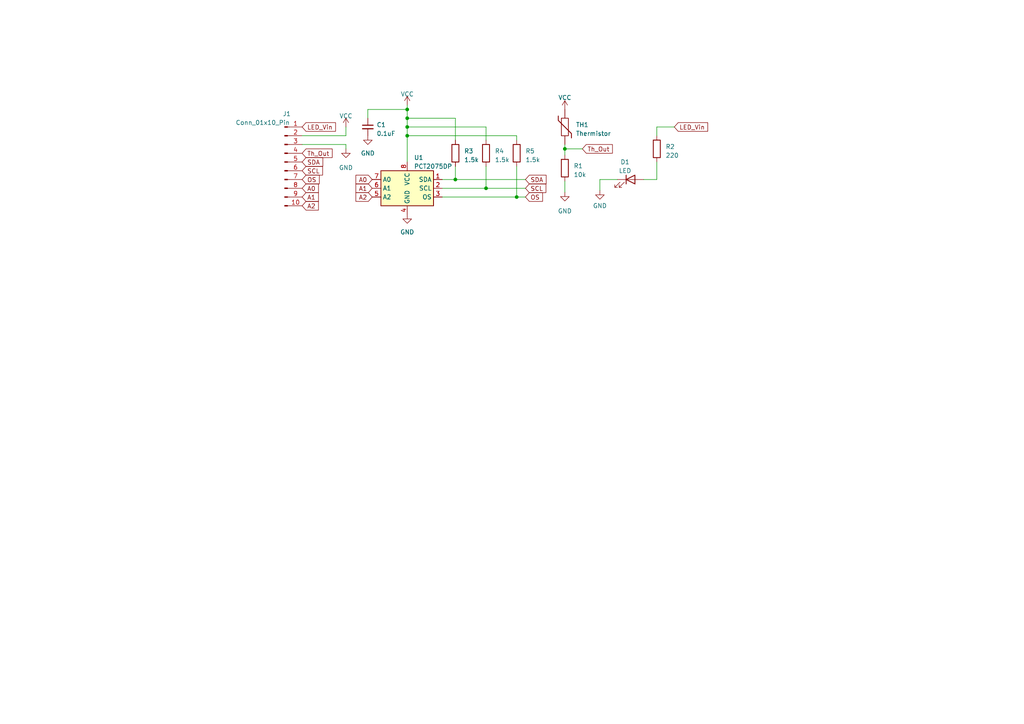
<source format=kicad_sch>
(kicad_sch (version 20230121) (generator eeschema)

  (uuid 9f9a26a9-ae04-400f-b89b-831b78dd08ca)

  (paper "A4")

  (lib_symbols
    (symbol "Connector:Conn_01x10_Pin" (pin_names (offset 1.016) hide) (in_bom yes) (on_board yes)
      (property "Reference" "J" (at 0 12.7 0)
        (effects (font (size 1.27 1.27)))
      )
      (property "Value" "Conn_01x10_Pin" (at 0 -15.24 0)
        (effects (font (size 1.27 1.27)))
      )
      (property "Footprint" "" (at 0 0 0)
        (effects (font (size 1.27 1.27)) hide)
      )
      (property "Datasheet" "~" (at 0 0 0)
        (effects (font (size 1.27 1.27)) hide)
      )
      (property "ki_locked" "" (at 0 0 0)
        (effects (font (size 1.27 1.27)))
      )
      (property "ki_keywords" "connector" (at 0 0 0)
        (effects (font (size 1.27 1.27)) hide)
      )
      (property "ki_description" "Generic connector, single row, 01x10, script generated" (at 0 0 0)
        (effects (font (size 1.27 1.27)) hide)
      )
      (property "ki_fp_filters" "Connector*:*_1x??_*" (at 0 0 0)
        (effects (font (size 1.27 1.27)) hide)
      )
      (symbol "Conn_01x10_Pin_1_1"
        (polyline
          (pts
            (xy 1.27 -12.7)
            (xy 0.8636 -12.7)
          )
          (stroke (width 0.1524) (type default))
          (fill (type none))
        )
        (polyline
          (pts
            (xy 1.27 -10.16)
            (xy 0.8636 -10.16)
          )
          (stroke (width 0.1524) (type default))
          (fill (type none))
        )
        (polyline
          (pts
            (xy 1.27 -7.62)
            (xy 0.8636 -7.62)
          )
          (stroke (width 0.1524) (type default))
          (fill (type none))
        )
        (polyline
          (pts
            (xy 1.27 -5.08)
            (xy 0.8636 -5.08)
          )
          (stroke (width 0.1524) (type default))
          (fill (type none))
        )
        (polyline
          (pts
            (xy 1.27 -2.54)
            (xy 0.8636 -2.54)
          )
          (stroke (width 0.1524) (type default))
          (fill (type none))
        )
        (polyline
          (pts
            (xy 1.27 0)
            (xy 0.8636 0)
          )
          (stroke (width 0.1524) (type default))
          (fill (type none))
        )
        (polyline
          (pts
            (xy 1.27 2.54)
            (xy 0.8636 2.54)
          )
          (stroke (width 0.1524) (type default))
          (fill (type none))
        )
        (polyline
          (pts
            (xy 1.27 5.08)
            (xy 0.8636 5.08)
          )
          (stroke (width 0.1524) (type default))
          (fill (type none))
        )
        (polyline
          (pts
            (xy 1.27 7.62)
            (xy 0.8636 7.62)
          )
          (stroke (width 0.1524) (type default))
          (fill (type none))
        )
        (polyline
          (pts
            (xy 1.27 10.16)
            (xy 0.8636 10.16)
          )
          (stroke (width 0.1524) (type default))
          (fill (type none))
        )
        (rectangle (start 0.8636 -12.573) (end 0 -12.827)
          (stroke (width 0.1524) (type default))
          (fill (type outline))
        )
        (rectangle (start 0.8636 -10.033) (end 0 -10.287)
          (stroke (width 0.1524) (type default))
          (fill (type outline))
        )
        (rectangle (start 0.8636 -7.493) (end 0 -7.747)
          (stroke (width 0.1524) (type default))
          (fill (type outline))
        )
        (rectangle (start 0.8636 -4.953) (end 0 -5.207)
          (stroke (width 0.1524) (type default))
          (fill (type outline))
        )
        (rectangle (start 0.8636 -2.413) (end 0 -2.667)
          (stroke (width 0.1524) (type default))
          (fill (type outline))
        )
        (rectangle (start 0.8636 0.127) (end 0 -0.127)
          (stroke (width 0.1524) (type default))
          (fill (type outline))
        )
        (rectangle (start 0.8636 2.667) (end 0 2.413)
          (stroke (width 0.1524) (type default))
          (fill (type outline))
        )
        (rectangle (start 0.8636 5.207) (end 0 4.953)
          (stroke (width 0.1524) (type default))
          (fill (type outline))
        )
        (rectangle (start 0.8636 7.747) (end 0 7.493)
          (stroke (width 0.1524) (type default))
          (fill (type outline))
        )
        (rectangle (start 0.8636 10.287) (end 0 10.033)
          (stroke (width 0.1524) (type default))
          (fill (type outline))
        )
        (pin passive line (at 5.08 10.16 180) (length 3.81)
          (name "Pin_1" (effects (font (size 1.27 1.27))))
          (number "1" (effects (font (size 1.27 1.27))))
        )
        (pin passive line (at 5.08 -12.7 180) (length 3.81)
          (name "Pin_10" (effects (font (size 1.27 1.27))))
          (number "10" (effects (font (size 1.27 1.27))))
        )
        (pin passive line (at 5.08 7.62 180) (length 3.81)
          (name "Pin_2" (effects (font (size 1.27 1.27))))
          (number "2" (effects (font (size 1.27 1.27))))
        )
        (pin passive line (at 5.08 5.08 180) (length 3.81)
          (name "Pin_3" (effects (font (size 1.27 1.27))))
          (number "3" (effects (font (size 1.27 1.27))))
        )
        (pin passive line (at 5.08 2.54 180) (length 3.81)
          (name "Pin_4" (effects (font (size 1.27 1.27))))
          (number "4" (effects (font (size 1.27 1.27))))
        )
        (pin passive line (at 5.08 0 180) (length 3.81)
          (name "Pin_5" (effects (font (size 1.27 1.27))))
          (number "5" (effects (font (size 1.27 1.27))))
        )
        (pin passive line (at 5.08 -2.54 180) (length 3.81)
          (name "Pin_6" (effects (font (size 1.27 1.27))))
          (number "6" (effects (font (size 1.27 1.27))))
        )
        (pin passive line (at 5.08 -5.08 180) (length 3.81)
          (name "Pin_7" (effects (font (size 1.27 1.27))))
          (number "7" (effects (font (size 1.27 1.27))))
        )
        (pin passive line (at 5.08 -7.62 180) (length 3.81)
          (name "Pin_8" (effects (font (size 1.27 1.27))))
          (number "8" (effects (font (size 1.27 1.27))))
        )
        (pin passive line (at 5.08 -10.16 180) (length 3.81)
          (name "Pin_9" (effects (font (size 1.27 1.27))))
          (number "9" (effects (font (size 1.27 1.27))))
        )
      )
    )
    (symbol "Device:C_Small" (pin_numbers hide) (pin_names (offset 0.254) hide) (in_bom yes) (on_board yes)
      (property "Reference" "C" (at 0.254 1.778 0)
        (effects (font (size 1.27 1.27)) (justify left))
      )
      (property "Value" "C_Small" (at 0.254 -2.032 0)
        (effects (font (size 1.27 1.27)) (justify left))
      )
      (property "Footprint" "" (at 0 0 0)
        (effects (font (size 1.27 1.27)) hide)
      )
      (property "Datasheet" "~" (at 0 0 0)
        (effects (font (size 1.27 1.27)) hide)
      )
      (property "ki_keywords" "capacitor cap" (at 0 0 0)
        (effects (font (size 1.27 1.27)) hide)
      )
      (property "ki_description" "Unpolarized capacitor, small symbol" (at 0 0 0)
        (effects (font (size 1.27 1.27)) hide)
      )
      (property "ki_fp_filters" "C_*" (at 0 0 0)
        (effects (font (size 1.27 1.27)) hide)
      )
      (symbol "C_Small_0_1"
        (polyline
          (pts
            (xy -1.524 -0.508)
            (xy 1.524 -0.508)
          )
          (stroke (width 0.3302) (type default))
          (fill (type none))
        )
        (polyline
          (pts
            (xy -1.524 0.508)
            (xy 1.524 0.508)
          )
          (stroke (width 0.3048) (type default))
          (fill (type none))
        )
      )
      (symbol "C_Small_1_1"
        (pin passive line (at 0 2.54 270) (length 2.032)
          (name "~" (effects (font (size 1.27 1.27))))
          (number "1" (effects (font (size 1.27 1.27))))
        )
        (pin passive line (at 0 -2.54 90) (length 2.032)
          (name "~" (effects (font (size 1.27 1.27))))
          (number "2" (effects (font (size 1.27 1.27))))
        )
      )
    )
    (symbol "Device:LED" (pin_numbers hide) (pin_names (offset 1.016) hide) (in_bom yes) (on_board yes)
      (property "Reference" "D" (at 0 2.54 0)
        (effects (font (size 1.27 1.27)))
      )
      (property "Value" "LED" (at 0 -2.54 0)
        (effects (font (size 1.27 1.27)))
      )
      (property "Footprint" "" (at 0 0 0)
        (effects (font (size 1.27 1.27)) hide)
      )
      (property "Datasheet" "~" (at 0 0 0)
        (effects (font (size 1.27 1.27)) hide)
      )
      (property "ki_keywords" "LED diode" (at 0 0 0)
        (effects (font (size 1.27 1.27)) hide)
      )
      (property "ki_description" "Light emitting diode" (at 0 0 0)
        (effects (font (size 1.27 1.27)) hide)
      )
      (property "ki_fp_filters" "LED* LED_SMD:* LED_THT:*" (at 0 0 0)
        (effects (font (size 1.27 1.27)) hide)
      )
      (symbol "LED_0_1"
        (polyline
          (pts
            (xy -1.27 -1.27)
            (xy -1.27 1.27)
          )
          (stroke (width 0.254) (type default))
          (fill (type none))
        )
        (polyline
          (pts
            (xy -1.27 0)
            (xy 1.27 0)
          )
          (stroke (width 0) (type default))
          (fill (type none))
        )
        (polyline
          (pts
            (xy 1.27 -1.27)
            (xy 1.27 1.27)
            (xy -1.27 0)
            (xy 1.27 -1.27)
          )
          (stroke (width 0.254) (type default))
          (fill (type none))
        )
        (polyline
          (pts
            (xy -3.048 -0.762)
            (xy -4.572 -2.286)
            (xy -3.81 -2.286)
            (xy -4.572 -2.286)
            (xy -4.572 -1.524)
          )
          (stroke (width 0) (type default))
          (fill (type none))
        )
        (polyline
          (pts
            (xy -1.778 -0.762)
            (xy -3.302 -2.286)
            (xy -2.54 -2.286)
            (xy -3.302 -2.286)
            (xy -3.302 -1.524)
          )
          (stroke (width 0) (type default))
          (fill (type none))
        )
      )
      (symbol "LED_1_1"
        (pin passive line (at -3.81 0 0) (length 2.54)
          (name "K" (effects (font (size 1.27 1.27))))
          (number "1" (effects (font (size 1.27 1.27))))
        )
        (pin passive line (at 3.81 0 180) (length 2.54)
          (name "A" (effects (font (size 1.27 1.27))))
          (number "2" (effects (font (size 1.27 1.27))))
        )
      )
    )
    (symbol "Device:R" (pin_numbers hide) (pin_names (offset 0)) (in_bom yes) (on_board yes)
      (property "Reference" "R" (at 2.032 0 90)
        (effects (font (size 1.27 1.27)))
      )
      (property "Value" "R" (at 0 0 90)
        (effects (font (size 1.27 1.27)))
      )
      (property "Footprint" "" (at -1.778 0 90)
        (effects (font (size 1.27 1.27)) hide)
      )
      (property "Datasheet" "~" (at 0 0 0)
        (effects (font (size 1.27 1.27)) hide)
      )
      (property "ki_keywords" "R res resistor" (at 0 0 0)
        (effects (font (size 1.27 1.27)) hide)
      )
      (property "ki_description" "Resistor" (at 0 0 0)
        (effects (font (size 1.27 1.27)) hide)
      )
      (property "ki_fp_filters" "R_*" (at 0 0 0)
        (effects (font (size 1.27 1.27)) hide)
      )
      (symbol "R_0_1"
        (rectangle (start -1.016 -2.54) (end 1.016 2.54)
          (stroke (width 0.254) (type default))
          (fill (type none))
        )
      )
      (symbol "R_1_1"
        (pin passive line (at 0 3.81 270) (length 1.27)
          (name "~" (effects (font (size 1.27 1.27))))
          (number "1" (effects (font (size 1.27 1.27))))
        )
        (pin passive line (at 0 -3.81 90) (length 1.27)
          (name "~" (effects (font (size 1.27 1.27))))
          (number "2" (effects (font (size 1.27 1.27))))
        )
      )
    )
    (symbol "Device:Thermistor" (pin_numbers hide) (pin_names (offset 0)) (in_bom yes) (on_board yes)
      (property "Reference" "TH" (at 2.54 1.27 90)
        (effects (font (size 1.27 1.27)))
      )
      (property "Value" "Thermistor" (at -2.54 0 90)
        (effects (font (size 1.27 1.27)) (justify bottom))
      )
      (property "Footprint" "" (at 0 0 0)
        (effects (font (size 1.27 1.27)) hide)
      )
      (property "Datasheet" "~" (at 0 0 0)
        (effects (font (size 1.27 1.27)) hide)
      )
      (property "ki_keywords" "R res thermistor" (at 0 0 0)
        (effects (font (size 1.27 1.27)) hide)
      )
      (property "ki_description" "Temperature dependent resistor" (at 0 0 0)
        (effects (font (size 1.27 1.27)) hide)
      )
      (property "ki_fp_filters" "R_*" (at 0 0 0)
        (effects (font (size 1.27 1.27)) hide)
      )
      (symbol "Thermistor_0_1"
        (rectangle (start -1.016 2.54) (end 1.016 -2.54)
          (stroke (width 0.2032) (type default))
          (fill (type none))
        )
        (polyline
          (pts
            (xy -1.905 3.175)
            (xy -1.905 1.905)
            (xy 1.905 -1.905)
            (xy 1.905 -3.175)
            (xy 1.905 -3.175)
          )
          (stroke (width 0.254) (type default))
          (fill (type none))
        )
      )
      (symbol "Thermistor_1_1"
        (pin passive line (at 0 5.08 270) (length 2.54)
          (name "~" (effects (font (size 1.27 1.27))))
          (number "1" (effects (font (size 1.27 1.27))))
        )
        (pin passive line (at 0 -5.08 90) (length 2.54)
          (name "~" (effects (font (size 1.27 1.27))))
          (number "2" (effects (font (size 1.27 1.27))))
        )
      )
    )
    (symbol "Sensor_Temperature:PCT2075DP" (in_bom yes) (on_board yes)
      (property "Reference" "U" (at -6.35 6.35 0)
        (effects (font (size 1.27 1.27)))
      )
      (property "Value" "PCT2075DP" (at 6.35 6.35 0)
        (effects (font (size 1.27 1.27)))
      )
      (property "Footprint" "Package_SO:TSSOP-8_3x3mm_P0.65mm" (at 0 0 0)
        (effects (font (size 1.27 1.27)) hide)
      )
      (property "Datasheet" "https://www.nxp.com/docs/en/data-sheet/PCT2075.pdf" (at 0 0 0)
        (effects (font (size 1.27 1.27)) hide)
      )
      (property "ki_keywords" "temperature sensor I2C single channel" (at 0 0 0)
        (effects (font (size 1.27 1.27)) hide)
      )
      (property "ki_description" "NXP I2C-bus Fm+ digital temperature sensor and thermal watchdog, TSSOP-8" (at 0 0 0)
        (effects (font (size 1.27 1.27)) hide)
      )
      (property "ki_fp_filters" "TSSOP*3x3mm*P0.65mm*" (at 0 0 0)
        (effects (font (size 1.27 1.27)) hide)
      )
      (symbol "PCT2075DP_0_1"
        (rectangle (start -7.62 5.08) (end 7.62 -5.08)
          (stroke (width 0.254) (type default))
          (fill (type background))
        )
      )
      (symbol "PCT2075DP_1_1"
        (pin bidirectional line (at 10.16 2.54 180) (length 2.54)
          (name "SDA" (effects (font (size 1.27 1.27))))
          (number "1" (effects (font (size 1.27 1.27))))
        )
        (pin input line (at 10.16 0 180) (length 2.54)
          (name "SCL" (effects (font (size 1.27 1.27))))
          (number "2" (effects (font (size 1.27 1.27))))
        )
        (pin open_collector line (at 10.16 -2.54 180) (length 2.54)
          (name "OS" (effects (font (size 1.27 1.27))))
          (number "3" (effects (font (size 1.27 1.27))))
        )
        (pin power_in line (at 0 -7.62 90) (length 2.54)
          (name "GND" (effects (font (size 1.27 1.27))))
          (number "4" (effects (font (size 1.27 1.27))))
        )
        (pin input line (at -10.16 -2.54 0) (length 2.54)
          (name "A2" (effects (font (size 1.27 1.27))))
          (number "5" (effects (font (size 1.27 1.27))))
        )
        (pin input line (at -10.16 0 0) (length 2.54)
          (name "A1" (effects (font (size 1.27 1.27))))
          (number "6" (effects (font (size 1.27 1.27))))
        )
        (pin input line (at -10.16 2.54 0) (length 2.54)
          (name "A0" (effects (font (size 1.27 1.27))))
          (number "7" (effects (font (size 1.27 1.27))))
        )
        (pin power_in line (at 0 7.62 270) (length 2.54)
          (name "VCC" (effects (font (size 1.27 1.27))))
          (number "8" (effects (font (size 1.27 1.27))))
        )
      )
    )
    (symbol "power:GND" (power) (pin_names (offset 0)) (in_bom yes) (on_board yes)
      (property "Reference" "#PWR" (at 0 -6.35 0)
        (effects (font (size 1.27 1.27)) hide)
      )
      (property "Value" "GND" (at 0 -3.81 0)
        (effects (font (size 1.27 1.27)))
      )
      (property "Footprint" "" (at 0 0 0)
        (effects (font (size 1.27 1.27)) hide)
      )
      (property "Datasheet" "" (at 0 0 0)
        (effects (font (size 1.27 1.27)) hide)
      )
      (property "ki_keywords" "global power" (at 0 0 0)
        (effects (font (size 1.27 1.27)) hide)
      )
      (property "ki_description" "Power symbol creates a global label with name \"GND\" , ground" (at 0 0 0)
        (effects (font (size 1.27 1.27)) hide)
      )
      (symbol "GND_0_1"
        (polyline
          (pts
            (xy 0 0)
            (xy 0 -1.27)
            (xy 1.27 -1.27)
            (xy 0 -2.54)
            (xy -1.27 -1.27)
            (xy 0 -1.27)
          )
          (stroke (width 0) (type default))
          (fill (type none))
        )
      )
      (symbol "GND_1_1"
        (pin power_in line (at 0 0 270) (length 0) hide
          (name "GND" (effects (font (size 1.27 1.27))))
          (number "1" (effects (font (size 1.27 1.27))))
        )
      )
    )
    (symbol "power:VCC" (power) (pin_names (offset 0)) (in_bom yes) (on_board yes)
      (property "Reference" "#PWR" (at 0 -3.81 0)
        (effects (font (size 1.27 1.27)) hide)
      )
      (property "Value" "VCC" (at 0 3.81 0)
        (effects (font (size 1.27 1.27)))
      )
      (property "Footprint" "" (at 0 0 0)
        (effects (font (size 1.27 1.27)) hide)
      )
      (property "Datasheet" "" (at 0 0 0)
        (effects (font (size 1.27 1.27)) hide)
      )
      (property "ki_keywords" "global power" (at 0 0 0)
        (effects (font (size 1.27 1.27)) hide)
      )
      (property "ki_description" "Power symbol creates a global label with name \"VCC\"" (at 0 0 0)
        (effects (font (size 1.27 1.27)) hide)
      )
      (symbol "VCC_0_1"
        (polyline
          (pts
            (xy -0.762 1.27)
            (xy 0 2.54)
          )
          (stroke (width 0) (type default))
          (fill (type none))
        )
        (polyline
          (pts
            (xy 0 0)
            (xy 0 2.54)
          )
          (stroke (width 0) (type default))
          (fill (type none))
        )
        (polyline
          (pts
            (xy 0 2.54)
            (xy 0.762 1.27)
          )
          (stroke (width 0) (type default))
          (fill (type none))
        )
      )
      (symbol "VCC_1_1"
        (pin power_in line (at 0 0 90) (length 0) hide
          (name "VCC" (effects (font (size 1.27 1.27))))
          (number "1" (effects (font (size 1.27 1.27))))
        )
      )
    )
  )

  (junction (at 118.11 34.29) (diameter 0) (color 0 0 0 0)
    (uuid 0e407719-6d2a-416f-847e-ec4829fe194f)
  )
  (junction (at 118.11 36.83) (diameter 0) (color 0 0 0 0)
    (uuid 40c2b864-6e83-49ca-ac6a-4d314edb32fc)
  )
  (junction (at 163.83 43.18) (diameter 0) (color 0 0 0 0)
    (uuid 664a245e-cb3c-40d5-bbe0-b68389810b3d)
  )
  (junction (at 118.11 31.75) (diameter 0) (color 0 0 0 0)
    (uuid 66bff352-98f1-450f-b114-75a7311764e3)
  )
  (junction (at 149.86 57.15) (diameter 0) (color 0 0 0 0)
    (uuid a1b47865-eec3-4801-a2a7-4c4b00b78744)
  )
  (junction (at 118.11 39.37) (diameter 0) (color 0 0 0 0)
    (uuid ae401e6a-c3ef-4405-bd66-cb73c56121bd)
  )
  (junction (at 132.08 52.07) (diameter 0) (color 0 0 0 0)
    (uuid dd9c84db-2980-4b03-869a-2affe1f329d7)
  )
  (junction (at 140.97 54.61) (diameter 0) (color 0 0 0 0)
    (uuid ebe06efc-86da-4fce-b923-b2631c056dcc)
  )

  (wire (pts (xy 190.5 46.99) (xy 190.5 52.07))
    (stroke (width 0) (type default))
    (uuid 032c8fce-1f57-4b83-8f69-141102c8df6e)
  )
  (wire (pts (xy 106.68 31.75) (xy 106.68 34.29))
    (stroke (width 0) (type default))
    (uuid 16856f12-7ca5-45fd-93ac-0c69f23fada6)
  )
  (wire (pts (xy 118.11 36.83) (xy 140.97 36.83))
    (stroke (width 0) (type default))
    (uuid 16fc9907-ab6f-4056-9cb4-396230d73e92)
  )
  (wire (pts (xy 163.83 43.18) (xy 163.83 44.958))
    (stroke (width 0) (type default))
    (uuid 176aff4e-dcd7-480c-8b29-3acd56103438)
  )
  (wire (pts (xy 140.97 48.26) (xy 140.97 54.61))
    (stroke (width 0) (type default))
    (uuid 1de1c605-8804-4ebe-8491-2e209efd9ac3)
  )
  (wire (pts (xy 163.83 43.18) (xy 168.91 43.18))
    (stroke (width 0) (type default))
    (uuid 1f555b26-6d8f-4480-9d86-8b1500359c61)
  )
  (wire (pts (xy 149.86 57.15) (xy 152.4 57.15))
    (stroke (width 0) (type default))
    (uuid 20bcdd3a-04fd-475c-ba67-ea720437357d)
  )
  (wire (pts (xy 128.27 54.61) (xy 140.97 54.61))
    (stroke (width 0) (type default))
    (uuid 215a9ebe-4038-4910-806d-e2e4aa070a89)
  )
  (wire (pts (xy 173.99 52.07) (xy 173.99 55.245))
    (stroke (width 0) (type default))
    (uuid 2304a345-6967-4ce5-b86e-d6c04f1eebd1)
  )
  (wire (pts (xy 163.83 41.91) (xy 163.83 43.18))
    (stroke (width 0) (type default))
    (uuid 2c949d41-3fb8-4eb2-a601-8d134015b0f3)
  )
  (wire (pts (xy 118.11 34.29) (xy 132.08 34.29))
    (stroke (width 0) (type default))
    (uuid 3535f40c-4690-4f2c-ab6e-598f27b545a8)
  )
  (wire (pts (xy 118.11 34.29) (xy 118.11 36.83))
    (stroke (width 0) (type default))
    (uuid 46382337-7126-4b6d-94ee-28bfba56823f)
  )
  (wire (pts (xy 118.11 36.83) (xy 118.11 39.37))
    (stroke (width 0) (type default))
    (uuid 46ee9b41-911f-47c3-8524-047d96e7ca56)
  )
  (wire (pts (xy 128.27 52.07) (xy 132.08 52.07))
    (stroke (width 0) (type default))
    (uuid 4afe85a7-dc04-4a79-a1e1-dc718ea2f46b)
  )
  (wire (pts (xy 128.27 57.15) (xy 149.86 57.15))
    (stroke (width 0) (type default))
    (uuid 4d0b3e55-db19-4feb-9c7b-4731af1d5089)
  )
  (wire (pts (xy 118.11 30.48) (xy 118.11 31.75))
    (stroke (width 0) (type default))
    (uuid 4e6ae903-f754-4272-ba7b-a6a5a3a14537)
  )
  (wire (pts (xy 149.86 40.64) (xy 149.86 39.37))
    (stroke (width 0) (type default))
    (uuid 4f852a26-e3e9-46f8-9554-5d20c869cb5c)
  )
  (wire (pts (xy 179.07 52.07) (xy 173.99 52.07))
    (stroke (width 0) (type default))
    (uuid 4feccc1c-7fa4-4b55-ba24-fd812e3afa98)
  )
  (wire (pts (xy 190.5 52.07) (xy 186.69 52.07))
    (stroke (width 0) (type default))
    (uuid 5ff30aa3-1cf2-47df-8111-54720e3f3c38)
  )
  (wire (pts (xy 190.5 36.83) (xy 195.58 36.83))
    (stroke (width 0) (type default))
    (uuid 6d254949-483b-4828-b8df-0f5080ec19df)
  )
  (wire (pts (xy 118.11 31.75) (xy 106.68 31.75))
    (stroke (width 0) (type default))
    (uuid 702182ec-e166-4a99-bfc5-98c99c7872df)
  )
  (wire (pts (xy 132.08 48.26) (xy 132.08 52.07))
    (stroke (width 0) (type default))
    (uuid 86e49a60-d3ff-4f1e-947a-a2dc22fdbd71)
  )
  (wire (pts (xy 163.83 52.578) (xy 163.83 55.753))
    (stroke (width 0) (type default))
    (uuid 912a7532-26a2-4f8a-bac0-1caee4fa68b7)
  )
  (wire (pts (xy 87.63 41.91) (xy 100.33 41.91))
    (stroke (width 0) (type default))
    (uuid 95ac58f8-bc04-4063-ab6f-6ab0fc18734e)
  )
  (wire (pts (xy 87.63 39.37) (xy 100.33 39.37))
    (stroke (width 0) (type default))
    (uuid 962ee917-97e5-44ee-afd3-15bdf335cefe)
  )
  (wire (pts (xy 149.86 39.37) (xy 118.11 39.37))
    (stroke (width 0) (type default))
    (uuid 97f3c2d8-f946-4b90-a898-14cd208b26d9)
  )
  (wire (pts (xy 118.11 31.75) (xy 118.11 34.29))
    (stroke (width 0) (type default))
    (uuid 9b97e74d-d6fb-492f-ae5f-7b43efcf1fcb)
  )
  (wire (pts (xy 190.5 39.37) (xy 190.5 36.83))
    (stroke (width 0) (type default))
    (uuid 9bfd4fc2-fe2d-49af-984b-6fa12ce9fedf)
  )
  (wire (pts (xy 132.08 34.29) (xy 132.08 40.64))
    (stroke (width 0) (type default))
    (uuid 9d3e7fb4-402e-452c-9b91-be1c5afae34d)
  )
  (wire (pts (xy 140.97 36.83) (xy 140.97 40.64))
    (stroke (width 0) (type default))
    (uuid 9ff07c07-a658-49ea-9286-1e133d650537)
  )
  (wire (pts (xy 140.97 54.61) (xy 152.4 54.61))
    (stroke (width 0) (type default))
    (uuid a1778458-f6b3-4257-9fdd-c2968a700c60)
  )
  (wire (pts (xy 100.33 41.91) (xy 100.33 43.18))
    (stroke (width 0) (type default))
    (uuid b53b94dc-6ec3-4f0d-84fd-e0379d48323d)
  )
  (wire (pts (xy 100.33 39.37) (xy 100.33 36.83))
    (stroke (width 0) (type default))
    (uuid c09aaddb-64aa-4e66-ae4d-9858230f9a38)
  )
  (wire (pts (xy 132.08 52.07) (xy 152.4 52.07))
    (stroke (width 0) (type default))
    (uuid cbfcae9f-bba0-4798-9c3d-dd79c5328cea)
  )
  (wire (pts (xy 118.11 39.37) (xy 118.11 46.99))
    (stroke (width 0) (type default))
    (uuid da52b61a-48b4-4a39-903c-93efabc40e3b)
  )
  (wire (pts (xy 149.86 48.26) (xy 149.86 57.15))
    (stroke (width 0) (type default))
    (uuid e7a4cdc7-3ab4-4260-98d5-fd1fa608e400)
  )

  (global_label "LED_Vin" (shape input) (at 195.58 36.83 0) (fields_autoplaced)
    (effects (font (size 1.27 1.27)) (justify left))
    (uuid 154859f2-4095-420a-9100-fe51bc1f3fd4)
    (property "Intersheetrefs" "${INTERSHEET_REFS}" (at 205.7429 36.83 0)
      (effects (font (size 1.27 1.27)) (justify left) hide)
    )
  )
  (global_label "Th_Out" (shape input) (at 168.91 43.18 0) (fields_autoplaced)
    (effects (font (size 1.27 1.27)) (justify left))
    (uuid 41dee730-fa7c-45df-88ff-1e85521eb15e)
    (property "Intersheetrefs" "${INTERSHEET_REFS}" (at 178.1052 43.18 0)
      (effects (font (size 1.27 1.27)) (justify left) hide)
    )
  )
  (global_label "A2" (shape input) (at 107.95 57.15 180) (fields_autoplaced)
    (effects (font (size 1.27 1.27)) (justify right))
    (uuid 53cf224e-099d-4492-99d2-7c85f651e0de)
    (property "Intersheetrefs" "${INTERSHEET_REFS}" (at 102.7461 57.15 0)
      (effects (font (size 1.27 1.27)) (justify right) hide)
    )
  )
  (global_label "A1" (shape input) (at 87.63 57.15 0) (fields_autoplaced)
    (effects (font (size 1.27 1.27)) (justify left))
    (uuid 8f1da2ad-5741-44ba-9a48-ce7b1dcfe9cd)
    (property "Intersheetrefs" "${INTERSHEET_REFS}" (at 92.8339 57.15 0)
      (effects (font (size 1.27 1.27)) (justify left) hide)
    )
  )
  (global_label "OS" (shape input) (at 87.63 52.07 0) (fields_autoplaced)
    (effects (font (size 1.27 1.27)) (justify left))
    (uuid ac2d1fe1-1492-41a4-9001-ff002b8a0d8c)
    (property "Intersheetrefs" "${INTERSHEET_REFS}" (at 93.0758 52.07 0)
      (effects (font (size 1.27 1.27)) (justify left) hide)
    )
  )
  (global_label "SCL" (shape input) (at 87.63 49.53 0) (fields_autoplaced)
    (effects (font (size 1.27 1.27)) (justify left))
    (uuid b928d984-a7e2-416a-927e-438f2e1e779f)
    (property "Intersheetrefs" "${INTERSHEET_REFS}" (at 94.0434 49.53 0)
      (effects (font (size 1.27 1.27)) (justify left) hide)
    )
  )
  (global_label "A2" (shape input) (at 87.63 59.69 0) (fields_autoplaced)
    (effects (font (size 1.27 1.27)) (justify left))
    (uuid c30523ed-0af4-461a-a5ec-2c73d5e897d2)
    (property "Intersheetrefs" "${INTERSHEET_REFS}" (at 92.8339 59.69 0)
      (effects (font (size 1.27 1.27)) (justify left) hide)
    )
  )
  (global_label "OS" (shape input) (at 152.4 57.15 0) (fields_autoplaced)
    (effects (font (size 1.27 1.27)) (justify left))
    (uuid c97f253a-11dd-4b32-96af-74127792a527)
    (property "Intersheetrefs" "${INTERSHEET_REFS}" (at 157.8458 57.15 0)
      (effects (font (size 1.27 1.27)) (justify left) hide)
    )
  )
  (global_label "SDA" (shape input) (at 87.63 46.99 0) (fields_autoplaced)
    (effects (font (size 1.27 1.27)) (justify left))
    (uuid cd1110c4-0809-4032-9107-b485bbd05025)
    (property "Intersheetrefs" "${INTERSHEET_REFS}" (at 94.1039 46.99 0)
      (effects (font (size 1.27 1.27)) (justify left) hide)
    )
  )
  (global_label "A1" (shape input) (at 107.95 54.61 180) (fields_autoplaced)
    (effects (font (size 1.27 1.27)) (justify right))
    (uuid d1396320-f42a-40df-abba-81fc03888910)
    (property "Intersheetrefs" "${INTERSHEET_REFS}" (at 102.7461 54.61 0)
      (effects (font (size 1.27 1.27)) (justify right) hide)
    )
  )
  (global_label "Th_Out" (shape input) (at 87.63 44.45 0) (fields_autoplaced)
    (effects (font (size 1.27 1.27)) (justify left))
    (uuid e3aaf129-f1c7-43bd-8caf-ac26ae5241e6)
    (property "Intersheetrefs" "${INTERSHEET_REFS}" (at 96.8252 44.45 0)
      (effects (font (size 1.27 1.27)) (justify left) hide)
    )
  )
  (global_label "A0" (shape input) (at 107.95 52.07 180) (fields_autoplaced)
    (effects (font (size 1.27 1.27)) (justify right))
    (uuid e8920cdd-2393-40ab-a065-5a1788c04f1e)
    (property "Intersheetrefs" "${INTERSHEET_REFS}" (at 102.7461 52.07 0)
      (effects (font (size 1.27 1.27)) (justify right) hide)
    )
  )
  (global_label "SDA" (shape input) (at 152.4 52.07 0) (fields_autoplaced)
    (effects (font (size 1.27 1.27)) (justify left))
    (uuid ec76594f-2e7f-412b-9e74-ab40bbd48d26)
    (property "Intersheetrefs" "${INTERSHEET_REFS}" (at 158.8739 52.07 0)
      (effects (font (size 1.27 1.27)) (justify left) hide)
    )
  )
  (global_label "A0" (shape input) (at 87.63 54.61 0) (fields_autoplaced)
    (effects (font (size 1.27 1.27)) (justify left))
    (uuid f4dea675-10bf-4a4d-88b4-a056d4b54552)
    (property "Intersheetrefs" "${INTERSHEET_REFS}" (at 92.8339 54.61 0)
      (effects (font (size 1.27 1.27)) (justify left) hide)
    )
  )
  (global_label "SCL" (shape input) (at 152.4 54.61 0) (fields_autoplaced)
    (effects (font (size 1.27 1.27)) (justify left))
    (uuid f5347444-dc77-46c5-8306-c747abadc78d)
    (property "Intersheetrefs" "${INTERSHEET_REFS}" (at 158.8134 54.61 0)
      (effects (font (size 1.27 1.27)) (justify left) hide)
    )
  )
  (global_label "LED_Vin" (shape input) (at 87.63 36.83 0) (fields_autoplaced)
    (effects (font (size 1.27 1.27)) (justify left))
    (uuid f927823d-8248-48cc-859a-b6e4cd162d95)
    (property "Intersheetrefs" "${INTERSHEET_REFS}" (at 97.7929 36.83 0)
      (effects (font (size 1.27 1.27)) (justify left) hide)
    )
  )

  (symbol (lib_id "Device:Thermistor") (at 163.83 36.83 0) (unit 1)
    (in_bom yes) (on_board yes) (dnp no) (fields_autoplaced)
    (uuid 0fc40bec-0447-4b01-83dd-1b905ff02055)
    (property "Reference" "TH1" (at 167.005 36.195 0)
      (effects (font (size 1.27 1.27)) (justify left))
    )
    (property "Value" "Thermistor" (at 167.005 38.735 0)
      (effects (font (size 1.27 1.27)) (justify left))
    )
    (property "Footprint" "Resistor_SMD:R_0603_1608Metric_Pad0.98x0.95mm_HandSolder" (at 163.83 36.83 0)
      (effects (font (size 1.27 1.27)) hide)
    )
    (property "Datasheet" "~" (at 163.83 36.83 0)
      (effects (font (size 1.27 1.27)) hide)
    )
    (pin "1" (uuid 67fa0d5c-5596-44c1-b14e-a1a94e068097))
    (pin "2" (uuid b9abd8ed-c48c-44fb-b421-eaed63bfbafe))
    (instances
      (project "hw2breakout"
        (path "/9f9a26a9-ae04-400f-b89b-831b78dd08ca"
          (reference "TH1") (unit 1)
        )
      )
    )
  )

  (symbol (lib_id "Sensor_Temperature:PCT2075DP") (at 118.11 54.61 0) (unit 1)
    (in_bom yes) (on_board yes) (dnp no) (fields_autoplaced)
    (uuid 1aeee47e-6259-4c02-a2bd-b0de438a2d4d)
    (property "Reference" "U1" (at 120.0659 45.72 0)
      (effects (font (size 1.27 1.27)) (justify left))
    )
    (property "Value" "PCT2075DP" (at 120.0659 48.26 0)
      (effects (font (size 1.27 1.27)) (justify left))
    )
    (property "Footprint" "Package_SO:TSSOP-8_3x3mm_P0.65mm" (at 118.11 54.61 0)
      (effects (font (size 1.27 1.27)) hide)
    )
    (property "Datasheet" "https://www.nxp.com/docs/en/data-sheet/PCT2075.pdf" (at 118.11 54.61 0)
      (effects (font (size 1.27 1.27)) hide)
    )
    (pin "1" (uuid 563acdc1-a824-411b-885f-cb3da1e7eaaa))
    (pin "2" (uuid ad49fa62-2b19-4224-8003-8b8cb045db21))
    (pin "3" (uuid 956710fc-3579-44b5-ad00-3769519321f9))
    (pin "4" (uuid 0fc64e0f-f438-4b72-be6d-4f0eabff1ab1))
    (pin "5" (uuid 4dbd34fc-04b0-4099-aa35-669f0138fc8d))
    (pin "6" (uuid 778b4b92-bcdf-47d8-aaad-ccf27f458dc7))
    (pin "7" (uuid ceb59747-c9ba-47d1-b7ec-a13ff7297105))
    (pin "8" (uuid 2ab71f1f-4492-4042-a176-1ebff06ea1f4))
    (instances
      (project "hw2breakout"
        (path "/9f9a26a9-ae04-400f-b89b-831b78dd08ca"
          (reference "U1") (unit 1)
        )
      )
    )
  )

  (symbol (lib_id "Device:R") (at 132.08 44.45 0) (unit 1)
    (in_bom yes) (on_board yes) (dnp no)
    (uuid 1def24d0-a14b-4328-b924-f26f8c92e7c4)
    (property "Reference" "R3" (at 134.62 43.815 0)
      (effects (font (size 1.27 1.27)) (justify left))
    )
    (property "Value" "1.5k" (at 134.62 46.355 0)
      (effects (font (size 1.27 1.27)) (justify left))
    )
    (property "Footprint" "Resistor_THT:R_Axial_DIN0207_L6.3mm_D2.5mm_P10.16mm_Horizontal" (at 130.302 44.45 90)
      (effects (font (size 1.27 1.27)) hide)
    )
    (property "Datasheet" "~" (at 132.08 44.45 0)
      (effects (font (size 1.27 1.27)) hide)
    )
    (pin "1" (uuid 29e7dd6e-eeeb-47b6-b42c-7b3f294132e0))
    (pin "2" (uuid 8b89fb12-2190-424b-b01d-d2205fad19e9))
    (instances
      (project "hw2breakout"
        (path "/9f9a26a9-ae04-400f-b89b-831b78dd08ca"
          (reference "R3") (unit 1)
        )
      )
    )
  )

  (symbol (lib_id "Device:R") (at 163.83 48.768 0) (unit 1)
    (in_bom yes) (on_board yes) (dnp no) (fields_autoplaced)
    (uuid 22dc875f-5f5c-40a9-b85f-85dc322a6a71)
    (property "Reference" "R1" (at 166.37 48.133 0)
      (effects (font (size 1.27 1.27)) (justify left))
    )
    (property "Value" "10k" (at 166.37 50.673 0)
      (effects (font (size 1.27 1.27)) (justify left))
    )
    (property "Footprint" "Resistor_THT:R_Axial_DIN0207_L6.3mm_D2.5mm_P10.16mm_Horizontal" (at 162.052 48.768 90)
      (effects (font (size 1.27 1.27)) hide)
    )
    (property "Datasheet" "~" (at 163.83 48.768 0)
      (effects (font (size 1.27 1.27)) hide)
    )
    (pin "1" (uuid d28f81bc-3515-4b4d-9224-36675e6ddb41))
    (pin "2" (uuid ee4a79bb-bef4-4b1d-8a3a-586324934dfc))
    (instances
      (project "hw2breakout"
        (path "/9f9a26a9-ae04-400f-b89b-831b78dd08ca"
          (reference "R1") (unit 1)
        )
      )
    )
  )

  (symbol (lib_id "Device:LED") (at 182.88 52.07 0) (unit 1)
    (in_bom yes) (on_board yes) (dnp no) (fields_autoplaced)
    (uuid 2bdd924f-cc41-42e3-af99-938551e8c98a)
    (property "Reference" "D1" (at 181.2925 46.99 0)
      (effects (font (size 1.27 1.27)))
    )
    (property "Value" "LED" (at 181.2925 49.53 0)
      (effects (font (size 1.27 1.27)))
    )
    (property "Footprint" "LED_SMD:LED_0805_2012Metric_Pad1.15x1.40mm_HandSolder" (at 182.88 52.07 0)
      (effects (font (size 1.27 1.27)) hide)
    )
    (property "Datasheet" "~" (at 182.88 52.07 0)
      (effects (font (size 1.27 1.27)) hide)
    )
    (pin "1" (uuid 415cf464-5589-47b4-8350-82688a28bffb))
    (pin "2" (uuid 726754c5-2e5e-492c-b2a8-51a18ccd72cb))
    (instances
      (project "hw2breakout"
        (path "/9f9a26a9-ae04-400f-b89b-831b78dd08ca"
          (reference "D1") (unit 1)
        )
      )
    )
  )

  (symbol (lib_id "power:VCC") (at 100.33 36.83 0) (unit 1)
    (in_bom yes) (on_board yes) (dnp no) (fields_autoplaced)
    (uuid 3c0cbbfb-64cd-46cb-8ae6-0283712b8395)
    (property "Reference" "#PWR03" (at 100.33 40.64 0)
      (effects (font (size 1.27 1.27)) hide)
    )
    (property "Value" "VCC" (at 100.33 33.655 0)
      (effects (font (size 1.27 1.27)))
    )
    (property "Footprint" "" (at 100.33 36.83 0)
      (effects (font (size 1.27 1.27)) hide)
    )
    (property "Datasheet" "" (at 100.33 36.83 0)
      (effects (font (size 1.27 1.27)) hide)
    )
    (pin "1" (uuid 2248ca9e-75d7-47fc-a4e9-b78845dba762))
    (instances
      (project "hw2breakout"
        (path "/9f9a26a9-ae04-400f-b89b-831b78dd08ca"
          (reference "#PWR03") (unit 1)
        )
      )
    )
  )

  (symbol (lib_id "Device:R") (at 149.86 44.45 0) (unit 1)
    (in_bom yes) (on_board yes) (dnp no) (fields_autoplaced)
    (uuid 4422147c-8fdb-473e-a73c-ab5ebbde1ece)
    (property "Reference" "R5" (at 152.4 43.815 0)
      (effects (font (size 1.27 1.27)) (justify left))
    )
    (property "Value" "1.5k" (at 152.4 46.355 0)
      (effects (font (size 1.27 1.27)) (justify left))
    )
    (property "Footprint" "Resistor_THT:R_Axial_DIN0207_L6.3mm_D2.5mm_P10.16mm_Horizontal" (at 148.082 44.45 90)
      (effects (font (size 1.27 1.27)) hide)
    )
    (property "Datasheet" "~" (at 149.86 44.45 0)
      (effects (font (size 1.27 1.27)) hide)
    )
    (pin "1" (uuid dac19dac-85c1-485a-8f18-d01b6f02806d))
    (pin "2" (uuid ed875a08-f200-4880-b7ee-bebc59f9a34b))
    (instances
      (project "hw2breakout"
        (path "/9f9a26a9-ae04-400f-b89b-831b78dd08ca"
          (reference "R5") (unit 1)
        )
      )
    )
  )

  (symbol (lib_id "Connector:Conn_01x10_Pin") (at 82.55 46.99 0) (unit 1)
    (in_bom yes) (on_board yes) (dnp no)
    (uuid 5aee65bb-fed0-4fba-972e-f6ff99e97b44)
    (property "Reference" "J1" (at 83.185 33.02 0)
      (effects (font (size 1.27 1.27)))
    )
    (property "Value" "Conn_01x10_Pin" (at 76.2 35.56 0)
      (effects (font (size 1.27 1.27)))
    )
    (property "Footprint" "Connector_PinHeader_2.54mm:PinHeader_1x10_P2.54mm_Vertical" (at 82.55 46.99 0)
      (effects (font (size 1.27 1.27)) hide)
    )
    (property "Datasheet" "~" (at 82.55 46.99 0)
      (effects (font (size 1.27 1.27)) hide)
    )
    (pin "1" (uuid 5601b58f-5b8d-46c3-a76c-8488a3ce8e2d))
    (pin "10" (uuid 631015f3-0d65-4b1e-bf98-1061573a7263))
    (pin "2" (uuid a3980589-dac5-4546-816f-9ebe88cac372))
    (pin "3" (uuid d97e7889-9dea-4769-a26a-695d60f3ff75))
    (pin "4" (uuid 95f43a9d-9857-4b19-9eb7-944a66b0d912))
    (pin "5" (uuid 14f0f44f-378e-4e94-a5bb-e60f58f619b5))
    (pin "6" (uuid b01f772f-75f8-4469-bc61-c811baab5b77))
    (pin "7" (uuid 19177b8f-1df9-4aed-9afa-b048f342bec2))
    (pin "8" (uuid 5e31bdce-f9a6-4112-8121-8c3a03a317b3))
    (pin "9" (uuid 4d27ec2f-ee0e-4954-b2ad-add5d192d3ed))
    (instances
      (project "hw2breakout"
        (path "/9f9a26a9-ae04-400f-b89b-831b78dd08ca"
          (reference "J1") (unit 1)
        )
      )
    )
  )

  (symbol (lib_id "power:GND") (at 100.33 43.18 0) (unit 1)
    (in_bom yes) (on_board yes) (dnp no) (fields_autoplaced)
    (uuid 90c23d8d-1685-45de-8179-a4a23dfaf06d)
    (property "Reference" "#PWR07" (at 100.33 49.53 0)
      (effects (font (size 1.27 1.27)) hide)
    )
    (property "Value" "GND" (at 100.33 48.641 0)
      (effects (font (size 1.27 1.27)))
    )
    (property "Footprint" "" (at 100.33 43.18 0)
      (effects (font (size 1.27 1.27)) hide)
    )
    (property "Datasheet" "" (at 100.33 43.18 0)
      (effects (font (size 1.27 1.27)) hide)
    )
    (pin "1" (uuid cd88f1f7-211d-4a21-a560-1be73812f3d6))
    (instances
      (project "hw2breakout"
        (path "/9f9a26a9-ae04-400f-b89b-831b78dd08ca"
          (reference "#PWR07") (unit 1)
        )
      )
    )
  )

  (symbol (lib_id "power:VCC") (at 163.83 31.75 0) (unit 1)
    (in_bom yes) (on_board yes) (dnp no) (fields_autoplaced)
    (uuid a380e3a1-288d-4a4a-9467-6cfbbd5e2fef)
    (property "Reference" "#PWR06" (at 163.83 35.56 0)
      (effects (font (size 1.27 1.27)) hide)
    )
    (property "Value" "VCC" (at 163.83 28.321 0)
      (effects (font (size 1.27 1.27)))
    )
    (property "Footprint" "" (at 163.83 31.75 0)
      (effects (font (size 1.27 1.27)) hide)
    )
    (property "Datasheet" "" (at 163.83 31.75 0)
      (effects (font (size 1.27 1.27)) hide)
    )
    (pin "1" (uuid f1003ce9-aad2-4a81-affa-2cf48b3a4e3c))
    (instances
      (project "hw2breakout"
        (path "/9f9a26a9-ae04-400f-b89b-831b78dd08ca"
          (reference "#PWR06") (unit 1)
        )
      )
    )
  )

  (symbol (lib_id "power:VCC") (at 118.11 30.48 0) (unit 1)
    (in_bom yes) (on_board yes) (dnp no) (fields_autoplaced)
    (uuid b235287b-ceda-4bd3-be6c-710104f7a607)
    (property "Reference" "#PWR02" (at 118.11 34.29 0)
      (effects (font (size 1.27 1.27)) hide)
    )
    (property "Value" "VCC" (at 118.11 27.305 0)
      (effects (font (size 1.27 1.27)))
    )
    (property "Footprint" "" (at 118.11 30.48 0)
      (effects (font (size 1.27 1.27)) hide)
    )
    (property "Datasheet" "" (at 118.11 30.48 0)
      (effects (font (size 1.27 1.27)) hide)
    )
    (pin "1" (uuid ebca4377-6b20-4492-9766-d94eacbb1687))
    (instances
      (project "hw2breakout"
        (path "/9f9a26a9-ae04-400f-b89b-831b78dd08ca"
          (reference "#PWR02") (unit 1)
        )
      )
    )
  )

  (symbol (lib_id "power:GND") (at 173.99 55.245 0) (unit 1)
    (in_bom yes) (on_board yes) (dnp no) (fields_autoplaced)
    (uuid bb1edceb-6f71-487f-9cf2-efa99ac876cf)
    (property "Reference" "#PWR04" (at 173.99 61.595 0)
      (effects (font (size 1.27 1.27)) hide)
    )
    (property "Value" "GND" (at 173.99 59.69 0)
      (effects (font (size 1.27 1.27)))
    )
    (property "Footprint" "" (at 173.99 55.245 0)
      (effects (font (size 1.27 1.27)) hide)
    )
    (property "Datasheet" "" (at 173.99 55.245 0)
      (effects (font (size 1.27 1.27)) hide)
    )
    (pin "1" (uuid d963d6bb-1bb0-4d10-9a4a-a4b0ec79e81f))
    (instances
      (project "hw2breakout"
        (path "/9f9a26a9-ae04-400f-b89b-831b78dd08ca"
          (reference "#PWR04") (unit 1)
        )
      )
    )
  )

  (symbol (lib_id "Device:R") (at 190.5 43.18 0) (unit 1)
    (in_bom yes) (on_board yes) (dnp no) (fields_autoplaced)
    (uuid bf4a5e14-3fe8-4a18-a9d2-300c538c7414)
    (property "Reference" "R2" (at 193.04 42.545 0)
      (effects (font (size 1.27 1.27)) (justify left))
    )
    (property "Value" "220" (at 193.04 45.085 0)
      (effects (font (size 1.27 1.27)) (justify left))
    )
    (property "Footprint" "Resistor_THT:R_Axial_DIN0207_L6.3mm_D2.5mm_P10.16mm_Horizontal" (at 188.722 43.18 90)
      (effects (font (size 1.27 1.27)) hide)
    )
    (property "Datasheet" "~" (at 190.5 43.18 0)
      (effects (font (size 1.27 1.27)) hide)
    )
    (pin "1" (uuid d2ae275a-2afd-491a-a4be-6ebfd3707f1a))
    (pin "2" (uuid a85c4f5c-1433-4431-85d9-83d92906af30))
    (instances
      (project "hw2breakout"
        (path "/9f9a26a9-ae04-400f-b89b-831b78dd08ca"
          (reference "R2") (unit 1)
        )
      )
    )
  )

  (symbol (lib_id "power:GND") (at 163.83 55.753 0) (unit 1)
    (in_bom yes) (on_board yes) (dnp no) (fields_autoplaced)
    (uuid c33cf217-39e3-43da-8ed4-3a051bf241ef)
    (property "Reference" "#PWR05" (at 163.83 62.103 0)
      (effects (font (size 1.27 1.27)) hide)
    )
    (property "Value" "GND" (at 163.83 61.214 0)
      (effects (font (size 1.27 1.27)))
    )
    (property "Footprint" "" (at 163.83 55.753 0)
      (effects (font (size 1.27 1.27)) hide)
    )
    (property "Datasheet" "" (at 163.83 55.753 0)
      (effects (font (size 1.27 1.27)) hide)
    )
    (pin "1" (uuid 868f72f2-14c6-42e8-b467-baf78f93ebae))
    (instances
      (project "hw2breakout"
        (path "/9f9a26a9-ae04-400f-b89b-831b78dd08ca"
          (reference "#PWR05") (unit 1)
        )
      )
    )
  )

  (symbol (lib_id "power:GND") (at 106.68 39.37 0) (unit 1)
    (in_bom yes) (on_board yes) (dnp no) (fields_autoplaced)
    (uuid d8988e47-a012-4af4-bb62-eda0dcef8251)
    (property "Reference" "#PWR09" (at 106.68 45.72 0)
      (effects (font (size 1.27 1.27)) hide)
    )
    (property "Value" "GND" (at 106.68 44.45 0)
      (effects (font (size 1.27 1.27)))
    )
    (property "Footprint" "" (at 106.68 39.37 0)
      (effects (font (size 1.27 1.27)) hide)
    )
    (property "Datasheet" "" (at 106.68 39.37 0)
      (effects (font (size 1.27 1.27)) hide)
    )
    (pin "1" (uuid 90802e6e-f8cd-49bc-aad5-2e7a6cb4fa30))
    (instances
      (project "hw2breakout"
        (path "/9f9a26a9-ae04-400f-b89b-831b78dd08ca"
          (reference "#PWR09") (unit 1)
        )
      )
    )
  )

  (symbol (lib_id "power:GND") (at 118.11 62.23 0) (unit 1)
    (in_bom yes) (on_board yes) (dnp no) (fields_autoplaced)
    (uuid e9143344-7ec9-4770-baee-61e85148500e)
    (property "Reference" "#PWR01" (at 118.11 68.58 0)
      (effects (font (size 1.27 1.27)) hide)
    )
    (property "Value" "GND" (at 118.11 67.31 0)
      (effects (font (size 1.27 1.27)))
    )
    (property "Footprint" "" (at 118.11 62.23 0)
      (effects (font (size 1.27 1.27)) hide)
    )
    (property "Datasheet" "" (at 118.11 62.23 0)
      (effects (font (size 1.27 1.27)) hide)
    )
    (pin "1" (uuid aecb1ab4-a3b0-4b62-bf7d-e16b5af84436))
    (instances
      (project "hw2breakout"
        (path "/9f9a26a9-ae04-400f-b89b-831b78dd08ca"
          (reference "#PWR01") (unit 1)
        )
      )
    )
  )

  (symbol (lib_id "Device:C_Small") (at 106.68 36.83 0) (unit 1)
    (in_bom yes) (on_board yes) (dnp no) (fields_autoplaced)
    (uuid fa982227-e4a9-435d-b982-c8e460fb9fa4)
    (property "Reference" "C1" (at 109.22 36.2013 0)
      (effects (font (size 1.27 1.27)) (justify left))
    )
    (property "Value" "0.1uF" (at 109.22 38.7413 0)
      (effects (font (size 1.27 1.27)) (justify left))
    )
    (property "Footprint" "Capacitor_THT:C_Disc_D5.0mm_W2.5mm_P2.50mm" (at 106.68 36.83 0)
      (effects (font (size 1.27 1.27)) hide)
    )
    (property "Datasheet" "~" (at 106.68 36.83 0)
      (effects (font (size 1.27 1.27)) hide)
    )
    (pin "1" (uuid b185ace8-b902-4d38-bd63-b6f51c971e2f))
    (pin "2" (uuid 790ebe6e-cb82-4ecb-8f8e-cc0c90b07e1f))
    (instances
      (project "hw2breakout"
        (path "/9f9a26a9-ae04-400f-b89b-831b78dd08ca"
          (reference "C1") (unit 1)
        )
      )
    )
  )

  (symbol (lib_id "Device:R") (at 140.97 44.45 0) (unit 1)
    (in_bom yes) (on_board yes) (dnp no) (fields_autoplaced)
    (uuid fc04a70f-0942-4e4e-87a2-ef6e24f4fd99)
    (property "Reference" "R4" (at 143.51 43.815 0)
      (effects (font (size 1.27 1.27)) (justify left))
    )
    (property "Value" "1.5k" (at 143.51 46.355 0)
      (effects (font (size 1.27 1.27)) (justify left))
    )
    (property "Footprint" "Resistor_THT:R_Axial_DIN0207_L6.3mm_D2.5mm_P10.16mm_Horizontal" (at 139.192 44.45 90)
      (effects (font (size 1.27 1.27)) hide)
    )
    (property "Datasheet" "~" (at 140.97 44.45 0)
      (effects (font (size 1.27 1.27)) hide)
    )
    (pin "1" (uuid 61b9de1f-e591-40fe-a21f-bdc190880080))
    (pin "2" (uuid 6cf8d082-3774-425b-9fe2-f22d78a54d89))
    (instances
      (project "hw2breakout"
        (path "/9f9a26a9-ae04-400f-b89b-831b78dd08ca"
          (reference "R4") (unit 1)
        )
      )
    )
  )

  (sheet_instances
    (path "/" (page "1"))
  )
)

</source>
